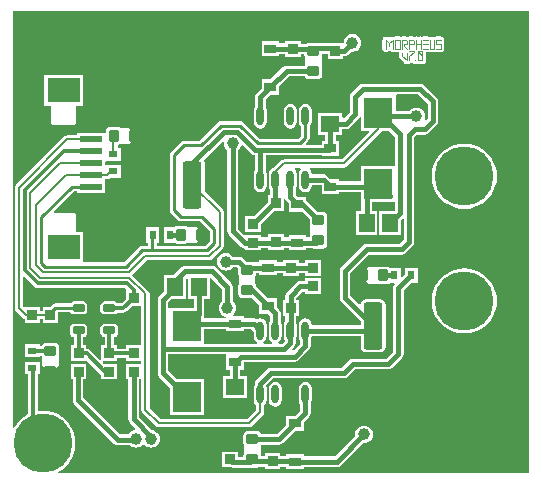
<source format=gtl>
G04*
G04 #@! TF.GenerationSoftware,Altium Limited,Altium Designer,18.1.11 (251)*
G04*
G04 Layer_Physical_Order=1*
G04 Layer_Color=255*
%FSLAX44Y44*%
%MOMM*%
G71*
G01*
G75*
%ADD10C,0.2500*%
%ADD11C,0.2000*%
%ADD13C,0.4000*%
%ADD16C,0.2540*%
%ADD17C,0.1000*%
%ADD36R,1.9000X0.6000*%
%ADD37R,2.8000X2.1000*%
%ADD38R,1.3500X1.5500*%
%ADD39O,0.6000X1.6000*%
%ADD40R,0.8000X0.6000*%
G04:AMPARAMS|DCode=41|XSize=1mm|YSize=0.9mm|CornerRadius=0.1125mm|HoleSize=0mm|Usage=FLASHONLY|Rotation=90.000|XOffset=0mm|YOffset=0mm|HoleType=Round|Shape=RoundedRectangle|*
%AMROUNDEDRECTD41*
21,1,1.0000,0.6750,0,0,90.0*
21,1,0.7750,0.9000,0,0,90.0*
1,1,0.2250,0.3375,0.3875*
1,1,0.2250,0.3375,-0.3875*
1,1,0.2250,-0.3375,-0.3875*
1,1,0.2250,-0.3375,0.3875*
%
%ADD41ROUNDEDRECTD41*%
G04:AMPARAMS|DCode=42|XSize=1mm|YSize=0.9mm|CornerRadius=0.1125mm|HoleSize=0mm|Usage=FLASHONLY|Rotation=0.000|XOffset=0mm|YOffset=0mm|HoleType=Round|Shape=RoundedRectangle|*
%AMROUNDEDRECTD42*
21,1,1.0000,0.6750,0,0,0.0*
21,1,0.7750,0.9000,0,0,0.0*
1,1,0.2250,0.3875,-0.3375*
1,1,0.2250,-0.3875,-0.3375*
1,1,0.2250,-0.3875,0.3375*
1,1,0.2250,0.3875,0.3375*
%
%ADD42ROUNDEDRECTD42*%
%ADD43R,0.8500X0.8500*%
%ADD44R,1.5500X1.3500*%
%ADD45R,1.0000X0.8000*%
%ADD46R,0.6000X0.8000*%
%ADD47R,2.4500X2.5500*%
G04:AMPARAMS|DCode=48|XSize=0.6mm|YSize=1mm|CornerRadius=0.075mm|HoleSize=0mm|Usage=FLASHONLY|Rotation=270.000|XOffset=0mm|YOffset=0mm|HoleType=Round|Shape=RoundedRectangle|*
%AMROUNDEDRECTD48*
21,1,0.6000,0.8500,0,0,270.0*
21,1,0.4500,1.0000,0,0,270.0*
1,1,0.1500,-0.4250,-0.2250*
1,1,0.1500,-0.4250,0.2250*
1,1,0.1500,0.4250,0.2250*
1,1,0.1500,0.4250,-0.2250*
%
%ADD48ROUNDEDRECTD48*%
G04:AMPARAMS|DCode=49|XSize=4mm|YSize=1.6mm|CornerRadius=0.2mm|HoleSize=0mm|Usage=FLASHONLY|Rotation=90.000|XOffset=0mm|YOffset=0mm|HoleType=Round|Shape=RoundedRectangle|*
%AMROUNDEDRECTD49*
21,1,4.0000,1.2000,0,0,90.0*
21,1,3.6000,1.6000,0,0,90.0*
1,1,0.4000,0.6000,1.8000*
1,1,0.4000,0.6000,-1.8000*
1,1,0.4000,-0.6000,-1.8000*
1,1,0.4000,-0.6000,1.8000*
%
%ADD49ROUNDEDRECTD49*%
%ADD50C,0.3000*%
%ADD51C,1.0000*%
%ADD52C,5.0000*%
G36*
X440707Y3793D02*
X42700D01*
X42341Y5063D01*
X45395Y6934D01*
X48680Y9740D01*
X51486Y13025D01*
X53744Y16709D01*
X55397Y20701D01*
X56406Y24903D01*
X56745Y29210D01*
X56406Y33517D01*
X55397Y37719D01*
X53744Y41711D01*
X51486Y45395D01*
X48680Y48680D01*
X45395Y51486D01*
X41711Y53744D01*
X37719Y55397D01*
X33517Y56406D01*
X29210Y56745D01*
X25999Y56492D01*
X24729Y57634D01*
Y87642D01*
X26773D01*
Y98542D01*
X13873D01*
Y87642D01*
X16674D01*
Y53722D01*
X13025Y51486D01*
X9740Y48680D01*
X6934Y45395D01*
X5063Y42342D01*
X3793Y42700D01*
Y394987D01*
X440707D01*
Y3793D01*
D02*
G37*
%LPC*%
G36*
X366158Y373848D02*
X362348D01*
X361484Y373676D01*
X360621Y373848D01*
X359470Y373619D01*
X358716Y373115D01*
X357962Y373619D01*
X356811Y373848D01*
X355875Y373662D01*
X354939Y373848D01*
X351129D01*
X350160Y373655D01*
X349191Y373848D01*
X348040Y373619D01*
X347286Y373115D01*
X346532Y373619D01*
X345381Y373848D01*
X344230Y373619D01*
X343916Y373409D01*
X343602Y373619D01*
X342451Y373848D01*
X339450D01*
X339416Y373841D01*
X339381Y373848D01*
X338230Y373619D01*
X337936Y373422D01*
X337642Y373619D01*
X336491Y373848D01*
X333490D01*
X332450Y373641D01*
X331411Y373848D01*
X327601D01*
X326565Y373642D01*
X325528Y373848D01*
X324377Y373619D01*
X323402Y372967D01*
X322605Y372170D01*
X321808Y372967D01*
X320832Y373619D01*
X319681Y373848D01*
X318530Y373619D01*
X317554Y372967D01*
X316902Y371991D01*
X316673Y370840D01*
Y363220D01*
X316902Y362069D01*
X317554Y361093D01*
X318530Y360441D01*
X319681Y360212D01*
X320832Y360441D01*
X321808Y361093D01*
X321841Y361143D01*
X323368D01*
X323402Y361093D01*
X324377Y360441D01*
X325528Y360212D01*
X326565Y360418D01*
X327601Y360212D01*
X330273D01*
X330484Y359955D01*
Y357415D01*
X330713Y356264D01*
X331365Y355288D01*
X335175Y351478D01*
X336151Y350826D01*
X337302Y350597D01*
X338453Y350826D01*
X338496Y350855D01*
X339381Y350679D01*
X340532Y350908D01*
X340784Y351076D01*
X341843Y351414D01*
X342691Y351045D01*
X343019Y350826D01*
X344170Y350597D01*
X344230D01*
X345381Y350826D01*
X345499Y350905D01*
X345617Y350826D01*
X346768Y350597D01*
X350578D01*
X351729Y350826D01*
X352705Y351478D01*
X353357Y352454D01*
X353586Y353605D01*
Y360212D01*
X354939D01*
X355875Y360398D01*
X356811Y360212D01*
X360621D01*
X361484Y360384D01*
X362348Y360212D01*
X366158D01*
X367309Y360441D01*
X368285Y361093D01*
X368937Y362069D01*
X369166Y363220D01*
Y367030D01*
X368937Y368181D01*
X368433Y368935D01*
X368937Y369689D01*
X369166Y370840D01*
X368937Y371991D01*
X368285Y372967D01*
X367309Y373619D01*
X366158Y373848D01*
D02*
G37*
G36*
X291147Y375814D02*
X289203Y375558D01*
X287390Y374808D01*
X285834Y373613D01*
X284640Y372057D01*
X283889Y370245D01*
X283780Y369419D01*
X283571Y368297D01*
X282402Y368240D01*
X275048D01*
X274610Y368327D01*
X263135D01*
X261965Y368560D01*
X254215D01*
X252820Y368283D01*
X251764Y367577D01*
X247590D01*
Y369740D01*
X234190D01*
Y367827D01*
X229290D01*
Y369740D01*
X214390D01*
Y356840D01*
X229290D01*
Y358753D01*
X234190D01*
Y356340D01*
X247590D01*
Y358503D01*
X250570D01*
Y358165D01*
X250847Y356770D01*
X251090Y356407D01*
Y349673D01*
X250847Y349310D01*
X250801Y349077D01*
X235490D01*
X233754Y348732D01*
X232282Y347748D01*
X221873Y337340D01*
X214390D01*
Y329856D01*
X209992Y325458D01*
X209008Y323986D01*
X208663Y322250D01*
Y314399D01*
X208066Y313507D01*
X207643Y311380D01*
Y301380D01*
X208066Y299254D01*
X209271Y297451D01*
X211073Y296246D01*
X213200Y295823D01*
X215326Y296246D01*
X217129Y297451D01*
X218334Y299254D01*
X218757Y301380D01*
Y311380D01*
X218334Y313507D01*
X217737Y314399D01*
Y320371D01*
X221806Y324440D01*
X229290D01*
Y331923D01*
X237369Y340003D01*
X250801D01*
X250847Y339770D01*
X251637Y338588D01*
X252820Y337797D01*
X254215Y337520D01*
X261965D01*
X263360Y337797D01*
X264542Y338588D01*
X265332Y339770D01*
X265610Y341165D01*
Y347915D01*
X265332Y349310D01*
X265090Y349673D01*
Y356407D01*
X265332Y356770D01*
X265610Y358165D01*
Y359253D01*
X270160D01*
Y354840D01*
X283560D01*
Y357003D01*
X284387D01*
X286124Y357348D01*
X287596Y358332D01*
X290177Y360913D01*
X291147Y360786D01*
X293092Y361042D01*
X294905Y361792D01*
X296461Y362987D01*
X297655Y364543D01*
X298406Y366355D01*
X298662Y368300D01*
X298406Y370245D01*
X297655Y372057D01*
X296461Y373613D01*
X294905Y374808D01*
X293092Y375558D01*
X291147Y375814D01*
D02*
G37*
G36*
X348880Y333837D02*
X299840D01*
X298104Y333492D01*
X296632Y332508D01*
X296632Y332508D01*
X290162Y326038D01*
X289178Y324566D01*
X288833Y322830D01*
Y309659D01*
X284110Y304936D01*
X282840Y305462D01*
Y309060D01*
X262440D01*
Y290660D01*
X268103D01*
Y285520D01*
X265190D01*
Y282147D01*
X252312D01*
X251826Y283321D01*
X253967Y285462D01*
X253967Y285462D01*
X254785Y286686D01*
X255072Y288130D01*
X255072Y288130D01*
Y297346D01*
X255229Y297451D01*
X256434Y299254D01*
X256857Y301380D01*
Y311380D01*
X256434Y313507D01*
X255229Y315309D01*
X253426Y316514D01*
X251300Y316937D01*
X249173Y316514D01*
X247371Y315309D01*
X246166Y313507D01*
X245743Y311380D01*
Y301380D01*
X246166Y299254D01*
X247371Y297451D01*
X247527Y297346D01*
Y289692D01*
X244917Y287083D01*
X212738D01*
X198793Y301028D01*
X197569Y301845D01*
X196125Y302132D01*
X196125Y302132D01*
X179809D01*
X179809Y302132D01*
X178365Y301845D01*
X177141Y301028D01*
X161581Y285467D01*
X148584D01*
X147141Y285180D01*
X145917Y284362D01*
X137660Y276105D01*
X136842Y274881D01*
X136555Y273437D01*
X136555Y273437D01*
Y226703D01*
X136555Y226703D01*
X136842Y225259D01*
X137660Y224035D01*
X143455Y218240D01*
X143455Y218240D01*
X144679Y217422D01*
X146123Y217135D01*
X162340D01*
X170368Y209106D01*
Y200266D01*
X166533Y196431D01*
X125693D01*
Y199290D01*
X127740D01*
Y212190D01*
X116840D01*
Y199290D01*
X118147D01*
Y196431D01*
X113364D01*
X111920Y196143D01*
X110696Y195326D01*
X97963Y182593D01*
X63120D01*
Y208070D01*
X57168D01*
Y222120D01*
X56978Y223076D01*
X56437Y223887D01*
X55626Y224428D01*
X54670Y224618D01*
X38783D01*
X38565Y224879D01*
X38186Y225817D01*
X55216Y242847D01*
X58220D01*
Y241170D01*
X82120D01*
Y253102D01*
X83820D01*
X85166Y253370D01*
X86109Y254000D01*
X95350D01*
Y264900D01*
X82450D01*
X82120Y266033D01*
Y267367D01*
X82450Y268500D01*
X83390Y268500D01*
X95350D01*
Y279400D01*
X92418D01*
Y282040D01*
X92665D01*
X94060Y282317D01*
X94423Y282560D01*
X101790D01*
X103790Y284560D01*
Y294560D01*
X101790Y296560D01*
X94423D01*
X94060Y296803D01*
X92665Y297080D01*
X85915D01*
X84520Y296803D01*
X83338Y296012D01*
X82548Y294830D01*
X82270Y293435D01*
Y293278D01*
X82120Y292070D01*
X81000Y292070D01*
X58220D01*
Y290138D01*
X49730D01*
X49730Y290138D01*
X48384Y289870D01*
X47243Y289107D01*
X6252Y248117D01*
X5490Y246976D01*
X5222Y245630D01*
Y143714D01*
X5490Y142367D01*
X6252Y141226D01*
X12246Y135233D01*
X13387Y134470D01*
X13623Y134423D01*
Y131020D01*
X27023D01*
Y134202D01*
X28860D01*
Y131020D01*
X42260D01*
Y140147D01*
X52322D01*
X52833Y139383D01*
X53891Y138676D01*
X55140Y138427D01*
X63640D01*
X64889Y138676D01*
X65947Y139383D01*
X66654Y140441D01*
X66903Y141690D01*
Y146190D01*
X66654Y147439D01*
X65947Y148497D01*
X64889Y149204D01*
X63640Y149453D01*
X55140D01*
X53891Y149204D01*
X52833Y148497D01*
X52322Y147733D01*
X39800D01*
X38349Y147444D01*
X37118Y146622D01*
X34916Y144420D01*
X28860D01*
Y141238D01*
X27023D01*
Y144420D01*
X13623D01*
X13623Y144420D01*
Y144420D01*
X12536Y144892D01*
X12257Y145170D01*
Y170077D01*
X13431Y170563D01*
X22122Y161872D01*
X23428Y160999D01*
X24970Y160693D01*
X98718D01*
X99509Y159723D01*
X99305Y159230D01*
X99305D01*
Y151526D01*
X95747Y147967D01*
X92301D01*
X91947Y148497D01*
X90889Y149204D01*
X89640Y149453D01*
X81140D01*
X79891Y149204D01*
X78833Y148497D01*
X78126Y147439D01*
X77877Y146190D01*
Y141690D01*
X78126Y140441D01*
X78833Y139383D01*
X79891Y138676D01*
X81140Y138427D01*
X89640D01*
X90889Y138676D01*
X91947Y139383D01*
X92301Y139913D01*
X97415D01*
X98956Y140219D01*
X100263Y141092D01*
X105001Y145830D01*
X112472D01*
Y112240D01*
X99305D01*
Y109567D01*
X92090D01*
Y112240D01*
X89417D01*
Y119427D01*
X89640D01*
X90889Y119676D01*
X91947Y120383D01*
X92654Y121441D01*
X92903Y122690D01*
Y127190D01*
X92654Y128439D01*
X91947Y129497D01*
X90889Y130204D01*
X89640Y130453D01*
X81140D01*
X79891Y130204D01*
X78833Y129497D01*
X78126Y128439D01*
X77877Y127190D01*
Y122690D01*
X78126Y121441D01*
X78833Y120383D01*
X79891Y119676D01*
X81140Y119427D01*
X81363D01*
Y112240D01*
X78690D01*
Y100472D01*
X77420Y99946D01*
X68978Y108388D01*
X67671Y109261D01*
X66130Y109567D01*
X66090D01*
Y112240D01*
X63417D01*
Y119427D01*
X63640D01*
X64889Y119676D01*
X65947Y120383D01*
X66654Y121441D01*
X66903Y122690D01*
Y127190D01*
X66654Y128439D01*
X65947Y129497D01*
X64889Y130204D01*
X63640Y130453D01*
X55140D01*
X53891Y130204D01*
X52833Y129497D01*
X52126Y128439D01*
X51877Y127190D01*
Y122690D01*
X52126Y121441D01*
X52833Y120383D01*
X53891Y119676D01*
X55140Y119427D01*
X55363D01*
Y112240D01*
X52690D01*
Y98840D01*
X66090D01*
Y98840D01*
X66828Y99146D01*
X78690Y87284D01*
Y83340D01*
X92090D01*
Y96740D01*
X80626D01*
X79796Y97570D01*
X80322Y98840D01*
X92090D01*
Y101513D01*
X99305D01*
Y98840D01*
X112472D01*
Y96740D01*
X99305D01*
Y83340D01*
X101508D01*
Y49530D01*
X101853Y47794D01*
X102837Y46322D01*
X107414Y41745D01*
X106959Y40404D01*
X106005Y40278D01*
X104193Y39528D01*
X102637Y38333D01*
X101483Y36830D01*
X94496D01*
X63537Y67789D01*
Y83340D01*
X66090D01*
Y96740D01*
X52690D01*
Y83340D01*
X54463D01*
Y65910D01*
X54808Y64174D01*
X55792Y62702D01*
X89409Y29084D01*
X90881Y28101D01*
X92617Y27756D01*
X102599D01*
X102637Y27707D01*
X104193Y26512D01*
X106005Y25762D01*
X107950Y25506D01*
X109895Y25762D01*
X111707Y26512D01*
X113263Y27707D01*
X113665Y28230D01*
X114935D01*
X115337Y27707D01*
X116893Y26512D01*
X118705Y25762D01*
X120650Y25506D01*
X122595Y25762D01*
X124407Y26512D01*
X125963Y27707D01*
X127158Y29263D01*
X127908Y31075D01*
X128164Y33020D01*
X127908Y34965D01*
X127158Y36777D01*
X125963Y38333D01*
X124407Y39528D01*
X122595Y40278D01*
X121580Y40412D01*
X110582Y51409D01*
Y83340D01*
X112472D01*
Y57570D01*
X112740Y56224D01*
X113503Y55083D01*
X124813Y43773D01*
X125954Y43010D01*
X127300Y42742D01*
X203740D01*
X205086Y43010D01*
X206227Y43773D01*
X215717Y53263D01*
X216480Y54404D01*
X216747Y55750D01*
X216747Y55750D01*
Y61566D01*
X217159Y61841D01*
X218364Y63643D01*
X218787Y65770D01*
Y75770D01*
X218364Y77896D01*
X218083Y78316D01*
X224129Y84363D01*
X284121D01*
X285857Y84708D01*
X287329Y85692D01*
X293620Y91983D01*
X321680D01*
X323416Y92328D01*
X324888Y93312D01*
X333408Y101832D01*
X334392Y103304D01*
X334737Y105040D01*
Y158511D01*
X341227Y165000D01*
X346710D01*
Y177900D01*
X335810D01*
Y172416D01*
X333383Y169990D01*
X332210Y170476D01*
Y177900D01*
X323064D01*
X323062Y177902D01*
X321880Y178693D01*
X320485Y178970D01*
X313735D01*
X312340Y178693D01*
X311977Y178450D01*
X304610D01*
X302610Y176450D01*
Y166450D01*
X304610Y164450D01*
X311977D01*
X312340Y164207D01*
X313735Y163930D01*
X320485D01*
X321880Y164207D01*
X323062Y164998D01*
X323064Y165000D01*
X326734D01*
X327220Y163827D01*
X326992Y163598D01*
X326008Y162126D01*
X325663Y160390D01*
Y106919D01*
X319801Y101057D01*
X291741D01*
X290005Y100712D01*
X288533Y99728D01*
X282242Y93437D01*
X222250D01*
X220514Y93092D01*
X219042Y92108D01*
X210022Y83088D01*
X209038Y81616D01*
X208693Y79880D01*
Y78789D01*
X208096Y77896D01*
X207673Y75770D01*
Y65770D01*
X208096Y63643D01*
X209301Y61841D01*
X209712Y61566D01*
Y57207D01*
X202283Y49778D01*
X128757D01*
X119508Y59027D01*
Y156183D01*
X119240Y157529D01*
X118477Y158670D01*
X104990Y172157D01*
X104989Y172166D01*
X117264Y184441D01*
X170042D01*
X171388Y184708D01*
X172530Y185471D01*
X181328Y194270D01*
X182091Y195411D01*
X182359Y196757D01*
Y225339D01*
X182359Y225339D01*
X182091Y226685D01*
X181328Y227826D01*
X181328Y227826D01*
X166337Y242817D01*
Y266380D01*
X165992Y268116D01*
X165211Y269284D01*
X181418Y285492D01*
X181563Y285450D01*
X182548Y284826D01*
X182336Y283210D01*
X182592Y281265D01*
X183342Y279453D01*
X184536Y277897D01*
X185313Y277301D01*
Y208930D01*
X185658Y207194D01*
X186642Y205722D01*
X196792Y195572D01*
X198264Y194588D01*
X200000Y194243D01*
X200378Y193084D01*
Y192560D01*
X213778D01*
Y194743D01*
X219683D01*
Y192830D01*
X233083D01*
Y194743D01*
X237250D01*
Y192830D01*
X252150D01*
Y194743D01*
X256528D01*
X257210Y194287D01*
X258605Y194010D01*
X266355D01*
X267750Y194287D01*
X268932Y195078D01*
X269722Y196260D01*
X270000Y197655D01*
Y204405D01*
X269722Y205800D01*
X269480Y206163D01*
Y212897D01*
X269722Y213260D01*
X270000Y214655D01*
Y221405D01*
X269722Y222800D01*
X268932Y223982D01*
X267750Y224773D01*
X266355Y225050D01*
X261876D01*
X252150Y234777D01*
Y238130D01*
X244666D01*
X243137Y239659D01*
Y244361D01*
X243734Y245254D01*
X244157Y247380D01*
Y257380D01*
X243734Y259506D01*
X242529Y261309D01*
X242240Y261502D01*
X242625Y262772D01*
X247274D01*
X247660Y261502D01*
X247371Y261309D01*
X246166Y259506D01*
X245743Y257380D01*
Y247380D01*
X246166Y245254D01*
X247371Y243451D01*
X249173Y242246D01*
X251300Y241823D01*
X253426Y242246D01*
X255229Y243451D01*
X256434Y245254D01*
X256857Y247380D01*
Y247843D01*
X265051D01*
X265190Y247703D01*
Y240220D01*
X280090D01*
Y242133D01*
X298580D01*
Y233305D01*
X298743D01*
Y226080D01*
X294080D01*
Y205680D01*
X312480D01*
Y226080D01*
X307817D01*
Y233305D01*
X326933D01*
Y226080D01*
X314080D01*
Y205680D01*
X332480D01*
Y218663D01*
X333380Y219563D01*
X334553Y219077D01*
Y201686D01*
X330984Y198117D01*
X303302D01*
X301566Y197772D01*
X300094Y196788D01*
X281774Y178468D01*
X280791Y176996D01*
X280445Y175260D01*
Y152517D01*
X280791Y150781D01*
X281774Y149309D01*
X298193Y132891D01*
Y129307D01*
X256887D01*
Y129770D01*
X256464Y131896D01*
X255259Y133699D01*
X253456Y134904D01*
X251330Y135327D01*
X249203Y134904D01*
X247401Y133699D01*
X246196Y131896D01*
X245773Y129770D01*
Y119770D01*
X246196Y117643D01*
X246793Y116751D01*
Y113639D01*
X240996Y107843D01*
X240585Y107913D01*
X240152Y109275D01*
X241838Y110962D01*
X242822Y112434D01*
X243167Y114170D01*
Y116751D01*
X243764Y117643D01*
X244187Y119770D01*
Y129770D01*
X243764Y131896D01*
X243417Y132415D01*
Y137420D01*
X246154D01*
Y150820D01*
X243417D01*
Y152251D01*
X248749Y157583D01*
X251390D01*
Y155540D01*
X264790D01*
Y168940D01*
X251390D01*
Y166657D01*
X246870D01*
X245133Y166312D01*
X243662Y165328D01*
X235672Y157338D01*
X234688Y155866D01*
X234343Y154130D01*
Y150820D01*
X232754D01*
Y137420D01*
X234343D01*
Y133163D01*
X233496Y131896D01*
X233073Y129770D01*
Y119770D01*
X233496Y117643D01*
X234093Y116751D01*
Y116049D01*
X231801Y113757D01*
X229027D01*
X228641Y115027D01*
X229859Y115841D01*
X231064Y117643D01*
X231487Y119770D01*
Y129770D01*
X231064Y131896D01*
X230467Y132789D01*
Y139370D01*
X230467Y139370D01*
X230122Y141106D01*
X229138Y142578D01*
X227280Y144437D01*
Y151920D01*
X219796D01*
X209570Y162146D01*
Y162495D01*
X209292Y163890D01*
X209050Y164253D01*
Y170987D01*
X209292Y171350D01*
X209570Y172745D01*
Y173333D01*
X212380D01*
Y171420D01*
X227280D01*
Y173333D01*
X232754D01*
Y170920D01*
X246154D01*
Y173083D01*
X251390D01*
Y171040D01*
X264790D01*
Y184440D01*
X251390D01*
Y182157D01*
X246154D01*
Y184320D01*
X232754D01*
Y182407D01*
X227280D01*
Y184320D01*
X212380D01*
Y182407D01*
X208001D01*
X207320Y182863D01*
X205925Y183140D01*
X201446D01*
X198498Y186088D01*
X197026Y187072D01*
X195290Y187417D01*
X190059D01*
X189463Y188193D01*
X187907Y189388D01*
X186095Y190138D01*
X184150Y190394D01*
X182205Y190138D01*
X180393Y189388D01*
X178837Y188193D01*
X177642Y186637D01*
X176892Y184825D01*
X176636Y182880D01*
X176892Y180935D01*
X177642Y179123D01*
X178837Y177567D01*
X180393Y176372D01*
X182205Y175622D01*
X184150Y175366D01*
X186095Y175622D01*
X187907Y176372D01*
X189463Y177567D01*
X190059Y178343D01*
X193410D01*
X194530Y177223D01*
Y172745D01*
X194807Y171350D01*
X195050Y170987D01*
Y164253D01*
X194807Y163890D01*
X194530Y162495D01*
Y155745D01*
X194807Y154350D01*
X195597Y153168D01*
X196780Y152377D01*
X198175Y152100D01*
X205925D01*
X206641Y152242D01*
X212380Y146503D01*
Y139020D01*
X219863D01*
X221393Y137491D01*
Y132789D01*
X220796Y131896D01*
X220373Y129770D01*
Y119770D01*
X220796Y117643D01*
X222001Y115841D01*
X223218Y115027D01*
X222833Y113757D01*
X216327D01*
X215942Y115027D01*
X217159Y115841D01*
X218364Y117643D01*
X218787Y119770D01*
Y129770D01*
X218364Y131896D01*
X217159Y133699D01*
X215356Y134904D01*
X213230Y135327D01*
X211103Y134904D01*
X210006Y134171D01*
X209256Y134672D01*
X207520Y135017D01*
X199340D01*
Y136930D01*
X190739D01*
X190308Y138200D01*
X190733Y138527D01*
X191928Y140083D01*
X192678Y141895D01*
X192934Y143840D01*
X192678Y145785D01*
X191928Y147597D01*
X190733Y149153D01*
X189957Y149749D01*
Y161960D01*
X189957Y161960D01*
X189612Y163696D01*
X188628Y165168D01*
X188628Y165168D01*
X175328Y178468D01*
X173856Y179452D01*
X172120Y179797D01*
X149860D01*
X149860Y179797D01*
X148124Y179452D01*
X146652Y178468D01*
X146652Y178468D01*
X139653Y171470D01*
X132050D01*
Y158486D01*
X127642Y154078D01*
X126658Y152606D01*
X126313Y150870D01*
Y109220D01*
Y88545D01*
X126658Y86809D01*
X127642Y85337D01*
X136550Y76428D01*
Y52945D01*
X165950D01*
Y83345D01*
X142466D01*
X135387Y90424D01*
Y104683D01*
X183233D01*
X184440Y104530D01*
Y91630D01*
X187353D01*
Y86490D01*
X181690D01*
Y68090D01*
X202090D01*
Y86490D01*
X196427D01*
Y91630D01*
X199340D01*
Y98233D01*
X242340D01*
X244076Y98578D01*
X245548Y99562D01*
X254538Y108552D01*
X254538Y108552D01*
X255522Y110024D01*
X255867Y111760D01*
X255867Y111760D01*
Y116751D01*
X256464Y117643D01*
X256887Y119770D01*
Y120233D01*
X298193D01*
Y110770D01*
X298538Y109034D01*
X299522Y107562D01*
X300994Y106578D01*
X302730Y106233D01*
X314730D01*
X316466Y106578D01*
X317938Y107562D01*
X318922Y109034D01*
X319267Y110770D01*
Y146770D01*
X318922Y148506D01*
X317938Y149978D01*
X316466Y150962D01*
X314730Y151307D01*
X302730D01*
X300994Y150962D01*
X299522Y149978D01*
X298538Y148506D01*
X298317Y147395D01*
X296959Y146957D01*
X289520Y154397D01*
Y173381D01*
X305182Y189043D01*
X332863D01*
X334600Y189388D01*
X336072Y190372D01*
X342298Y196598D01*
X343282Y198070D01*
X343627Y199806D01*
Y288282D01*
X346108Y290763D01*
X352450D01*
X354187Y291109D01*
X355659Y292092D01*
X362618Y299052D01*
X363602Y300524D01*
X363947Y302260D01*
X363947Y302260D01*
Y318770D01*
X363947Y318770D01*
X363602Y320506D01*
X362618Y321978D01*
X352088Y332508D01*
X350616Y333492D01*
X348880Y333837D01*
D02*
G37*
G36*
X63120Y341070D02*
X30220D01*
Y315170D01*
X36172D01*
Y301120D01*
X36362Y300164D01*
X36904Y299354D01*
X37714Y298812D01*
X38670Y298622D01*
X54670D01*
X55626Y298812D01*
X56437Y299354D01*
X56978Y300164D01*
X57168Y301120D01*
Y315170D01*
X63120D01*
Y341070D01*
D02*
G37*
G36*
X238600Y316937D02*
X236473Y316514D01*
X234671Y315309D01*
X233466Y313507D01*
X233043Y311380D01*
Y301380D01*
X233466Y299254D01*
X234671Y297451D01*
X236473Y296246D01*
X238600Y295823D01*
X240726Y296246D01*
X242529Y297451D01*
X243734Y299254D01*
X244157Y301380D01*
Y311380D01*
X243734Y313507D01*
X242529Y315309D01*
X240726Y316514D01*
X238600Y316937D01*
D02*
G37*
G36*
X386080Y282805D02*
X381773Y282466D01*
X377571Y281457D01*
X373579Y279804D01*
X369895Y277546D01*
X366610Y274740D01*
X363804Y271455D01*
X361546Y267771D01*
X359893Y263779D01*
X358884Y259577D01*
X358545Y255270D01*
X358884Y250963D01*
X359893Y246761D01*
X361546Y242769D01*
X363804Y239085D01*
X366610Y235800D01*
X369895Y232994D01*
X373579Y230736D01*
X377571Y229083D01*
X381773Y228074D01*
X386080Y227735D01*
X390387Y228074D01*
X394589Y229083D01*
X398581Y230736D01*
X402265Y232994D01*
X405550Y235800D01*
X408356Y239085D01*
X410614Y242769D01*
X412267Y246761D01*
X413276Y250963D01*
X413615Y255270D01*
X413276Y259577D01*
X412267Y263779D01*
X410614Y267771D01*
X408356Y271455D01*
X405550Y274740D01*
X402265Y277546D01*
X398581Y279804D01*
X394589Y281457D01*
X390387Y282466D01*
X386080Y282805D01*
D02*
G37*
G36*
X149815Y213260D02*
X143065D01*
X141670Y212983D01*
X140488Y212192D01*
X140486Y212190D01*
X131340D01*
Y199290D01*
X140486D01*
X140488Y199288D01*
X141670Y198497D01*
X143065Y198220D01*
X149815D01*
X151210Y198497D01*
X151573Y198740D01*
X158940D01*
X160940Y200740D01*
Y210740D01*
X158940Y212740D01*
X151573D01*
X151210Y212983D01*
X149815Y213260D01*
D02*
G37*
G36*
X386080Y177395D02*
X381773Y177056D01*
X377571Y176047D01*
X373579Y174394D01*
X369895Y172136D01*
X366610Y169330D01*
X363804Y166045D01*
X361546Y162361D01*
X359893Y158369D01*
X358884Y154167D01*
X358545Y149860D01*
X358884Y145553D01*
X359893Y141351D01*
X361546Y137359D01*
X363804Y133675D01*
X366610Y130390D01*
X369895Y127584D01*
X373579Y125326D01*
X377571Y123673D01*
X381773Y122664D01*
X386080Y122325D01*
X390387Y122664D01*
X394589Y123673D01*
X398581Y125326D01*
X402265Y127584D01*
X405550Y130390D01*
X408356Y133675D01*
X410614Y137359D01*
X412267Y141351D01*
X413276Y145553D01*
X413615Y149860D01*
X413276Y154167D01*
X412267Y158369D01*
X410614Y162361D01*
X408356Y166045D01*
X405550Y169330D01*
X402265Y172136D01*
X398581Y174394D01*
X394589Y176047D01*
X390387Y177056D01*
X386080Y177395D01*
D02*
G37*
G36*
X39435Y114612D02*
X31685D01*
X30290Y114334D01*
X29108Y113544D01*
X28317Y112362D01*
X28170Y111619D01*
X26773D01*
Y113042D01*
X13873D01*
Y102142D01*
X26773D01*
Y103564D01*
X28170D01*
X28317Y102822D01*
X28560Y102459D01*
Y95092D01*
X30560Y93092D01*
X40560D01*
X42560Y95092D01*
Y102459D01*
X42803Y102822D01*
X43080Y104217D01*
Y110967D01*
X42803Y112362D01*
X42012Y113544D01*
X40830Y114334D01*
X39435Y114612D01*
D02*
G37*
G36*
X225930Y81327D02*
X223803Y80904D01*
X222001Y79699D01*
X220796Y77896D01*
X220373Y75770D01*
Y65770D01*
X220796Y63643D01*
X222001Y61841D01*
X223803Y60636D01*
X225930Y60213D01*
X228056Y60636D01*
X229859Y61841D01*
X231064Y63643D01*
X231487Y65770D01*
Y75770D01*
X231064Y77896D01*
X229859Y79699D01*
X228056Y80904D01*
X225930Y81327D01*
D02*
G37*
G36*
X251330D02*
X249203Y80904D01*
X247401Y79699D01*
X246196Y77896D01*
X245773Y75770D01*
Y65770D01*
X246196Y63643D01*
X246793Y62751D01*
Y56779D01*
X242723Y52710D01*
X235240D01*
Y45226D01*
X227160Y37147D01*
X213729D01*
X213682Y37380D01*
X212892Y38562D01*
X211710Y39353D01*
X210315Y39630D01*
X202565D01*
X201170Y39353D01*
X199988Y38562D01*
X199197Y37380D01*
X198920Y35985D01*
Y29235D01*
X199197Y27840D01*
X199440Y27477D01*
Y20743D01*
X199197Y20380D01*
X198920Y18985D01*
Y17897D01*
X194053D01*
Y22310D01*
X180653D01*
Y8910D01*
X189164D01*
X189603Y8823D01*
X201394D01*
X202565Y8590D01*
X210315D01*
X211710Y8867D01*
X212765Y9573D01*
X216940D01*
Y7410D01*
X230340D01*
Y9573D01*
X235240D01*
Y7410D01*
X250140D01*
Y9323D01*
X278020D01*
X279756Y9668D01*
X281228Y10652D01*
X300020Y29443D01*
X300990Y29316D01*
X302935Y29572D01*
X304747Y30322D01*
X306303Y31517D01*
X307498Y33073D01*
X308248Y34885D01*
X308504Y36830D01*
X308248Y38775D01*
X307498Y40587D01*
X306303Y42143D01*
X304747Y43338D01*
X302935Y44088D01*
X300990Y44344D01*
X299045Y44088D01*
X297233Y43338D01*
X295677Y42143D01*
X294482Y40587D01*
X293732Y38775D01*
X293476Y36830D01*
X293603Y35860D01*
X276141Y18397D01*
X250140D01*
Y20310D01*
X235240D01*
Y18647D01*
X230340D01*
Y20810D01*
X216940D01*
Y18647D01*
X213960D01*
Y18985D01*
X213682Y20380D01*
X213440Y20743D01*
Y27477D01*
X213682Y27840D01*
X213729Y28073D01*
X229040D01*
X230776Y28418D01*
X232248Y29402D01*
X242656Y39810D01*
X250140D01*
Y47293D01*
X254538Y51692D01*
X255522Y53164D01*
X255867Y54900D01*
Y62751D01*
X256464Y63643D01*
X256887Y65770D01*
Y75770D01*
X256464Y77896D01*
X255259Y79699D01*
X253456Y80904D01*
X251330Y81327D01*
D02*
G37*
%LPD*%
G36*
X354873Y316891D02*
Y304139D01*
X353517Y302784D01*
X352441Y303503D01*
X352698Y304125D01*
X352954Y306070D01*
X352698Y308015D01*
X351948Y309827D01*
X350753Y311383D01*
X349197Y312578D01*
X347385Y313328D01*
X345440Y313584D01*
X343495Y313328D01*
X341683Y312578D01*
X340127Y311383D01*
X339531Y310607D01*
X327980D01*
Y324205D01*
X329019Y324763D01*
X347001D01*
X354873Y316891D01*
D02*
G37*
G36*
X298580Y305281D02*
Y293805D01*
X305150D01*
X305636Y292632D01*
X282812Y269807D01*
X233413D01*
X232067Y269540D01*
X230926Y268777D01*
X224883Y262735D01*
X223773Y262514D01*
X221971Y261309D01*
X220766Y259506D01*
X220343Y257380D01*
Y247380D01*
X220766Y245254D01*
X221363Y244361D01*
Y239730D01*
X219683D01*
Y233479D01*
X207663Y221460D01*
X200378D01*
Y208060D01*
X213778D01*
Y214741D01*
X225366Y226330D01*
X233083D01*
Y236196D01*
X234353Y236321D01*
X234408Y236044D01*
X235392Y234572D01*
X237250Y232714D01*
Y225230D01*
X248863D01*
X254960Y219133D01*
Y214655D01*
X255237Y213260D01*
X255480Y212897D01*
Y206163D01*
X255237Y205800D01*
X254960Y204405D01*
Y203817D01*
X252150D01*
Y205730D01*
X237250D01*
Y203817D01*
X233083D01*
Y206230D01*
X219683D01*
Y203817D01*
X213778D01*
Y205960D01*
X200378D01*
Y205960D01*
X199571Y205626D01*
X194387Y210809D01*
Y277301D01*
X195163Y277897D01*
X196357Y279453D01*
X197061Y281151D01*
X197956Y281573D01*
X198314Y281694D01*
X205606Y274402D01*
X207078Y273418D01*
X208663Y273103D01*
Y260399D01*
X208066Y259506D01*
X207643Y257380D01*
Y247380D01*
X208066Y245254D01*
X209271Y243451D01*
X211073Y242246D01*
X213200Y241823D01*
X215326Y242246D01*
X217129Y243451D01*
X218334Y245254D01*
X218757Y247380D01*
Y257380D01*
X218334Y259506D01*
X217737Y260399D01*
Y273073D01*
X265190D01*
Y272620D01*
X280090D01*
Y285520D01*
X277177D01*
Y290660D01*
X282840D01*
Y295323D01*
X285450D01*
X287186Y295668D01*
X288658Y296652D01*
X296578Y304572D01*
X297310Y305667D01*
X298580Y305281D01*
D02*
G37*
G36*
X326933Y288936D02*
Y263705D01*
X298580D01*
Y251207D01*
X280090D01*
Y253120D01*
X272606D01*
X270138Y255588D01*
X268666Y256572D01*
X266930Y256917D01*
X256857D01*
Y257380D01*
X256434Y259506D01*
X255229Y261309D01*
X254940Y261502D01*
X255325Y262772D01*
X284269D01*
X285615Y263040D01*
X286757Y263803D01*
X315767Y292813D01*
X316430Y293805D01*
X322063D01*
X326933Y288936D01*
D02*
G37*
G36*
X152050Y168067D02*
Y151070D01*
X156713D01*
Y143845D01*
X136550D01*
Y143845D01*
X135387Y144104D01*
Y148991D01*
X137466Y151070D01*
X150450D01*
Y168525D01*
X150780Y168746D01*
X152050Y168067D01*
D02*
G37*
G36*
X180883Y160081D02*
Y149749D01*
X180107Y149153D01*
X178912Y147597D01*
X178162Y145785D01*
X177906Y143840D01*
X178162Y141895D01*
X178912Y140083D01*
X180107Y138527D01*
X181663Y137332D01*
X183475Y136582D01*
X184440Y136455D01*
Y135017D01*
X165950D01*
Y143845D01*
X165787D01*
Y151070D01*
X170450D01*
Y168854D01*
X171623Y169340D01*
X180883Y160081D01*
D02*
G37*
G36*
X207673Y123910D02*
Y119770D01*
X208096Y117643D01*
X209301Y115841D01*
X210518Y115027D01*
X210133Y113757D01*
X165950D01*
Y125943D01*
X184440D01*
Y124030D01*
X199340D01*
Y125943D01*
X205641D01*
X207673Y123910D01*
D02*
G37*
D10*
X113364Y192658D02*
X121920D01*
X99525Y178820D02*
X113364Y192658D01*
X30810Y178820D02*
X99525D01*
X53654Y246620D02*
X70170D01*
X27790Y220756D02*
X53654Y246620D01*
X27790Y181840D02*
Y220756D01*
Y181840D02*
X30810Y178820D01*
X140327Y273437D02*
X148584Y281694D01*
X140327Y226703D02*
Y273437D01*
X146123Y220907D02*
X163902D01*
X140327Y226703D02*
X146123Y220907D01*
X163902D02*
X174141Y210669D01*
X121920Y192658D02*
X168095D01*
X121920Y205370D02*
X122290Y205740D01*
X121920Y192658D02*
Y205370D01*
X148584Y281694D02*
X163143D01*
X168095Y192658D02*
X174141Y198704D01*
Y210669D01*
X70170Y246620D02*
X70410Y246380D01*
X163143Y281694D02*
X179809Y298360D01*
X196125D01*
X211175Y283310D02*
X246480D01*
X196125Y298360D02*
X211175Y283310D01*
X251300Y288130D02*
Y306380D01*
X246480Y283310D02*
X251300Y288130D01*
D11*
X20323Y137720D02*
X35560D01*
X14733D02*
X20323D01*
X8740Y143714D02*
X14733Y137720D01*
X8740Y143714D02*
Y245630D01*
X35560Y137720D02*
X36270D01*
X115807Y187958D02*
X170042D01*
X101969Y174120D02*
X115807Y187958D01*
X28863Y174120D02*
X101969D01*
X115990Y57570D02*
Y156183D01*
X102503Y169670D02*
X115990Y156183D01*
X27020Y169670D02*
X102503D01*
X48452Y256620D02*
X70170D01*
X23090Y231257D02*
X48452Y256620D01*
X23090Y179893D02*
Y231257D01*
X18640Y178050D02*
Y241529D01*
X43731Y266620D01*
X70170D01*
X8740Y245630D02*
X49730Y286620D01*
X70170D01*
X18640Y178050D02*
X27020Y169670D01*
X23090Y179893D02*
X28863Y174120D01*
X203740Y46260D02*
X213230Y55750D01*
X127300Y46260D02*
X203740D01*
X115990Y57570D02*
X127300Y46260D01*
X213230Y55750D02*
Y70770D01*
X70170Y256620D02*
X83820D01*
X86240Y259040D01*
X88900Y289170D02*
X89290Y289560D01*
X88900Y273950D02*
Y289170D01*
X170042Y187958D02*
X178841Y196757D01*
Y225339D01*
X155800Y248380D02*
X178841Y225339D01*
X284269Y266290D02*
X313280Y295301D01*
X233413Y266290D02*
X284269D01*
X225900Y258776D02*
X233413Y266290D01*
X313280Y295301D02*
Y309005D01*
X225900Y252380D02*
Y258776D01*
D13*
X92617Y32293D02*
X107950D01*
X106045Y49530D02*
X120650Y34925D01*
X106005Y90040D02*
X106045Y90000D01*
Y49530D02*
Y90000D01*
X59000Y89650D02*
X59390Y90040D01*
X59000Y65910D02*
Y89650D01*
X239454Y177620D02*
X258605D01*
X238630Y177870D02*
X238880Y177620D01*
X219830Y177870D02*
X238630D01*
X238880Y177620D02*
X239454D01*
X210910Y199280D02*
X244700D01*
X200000Y198780D02*
X210410D01*
X210910Y199280D01*
X244700D02*
X260730D01*
X189850Y208930D02*
X200000Y198780D01*
X189850Y208930D02*
Y283210D01*
X207229Y214609D02*
X225900Y233280D01*
Y252380D01*
X246870Y162120D02*
X258605D01*
X238880Y154130D02*
X246870Y162120D01*
X284982Y175260D02*
X303302Y193580D01*
X284982Y152517D02*
X308730Y128770D01*
X284982Y152517D02*
Y175260D01*
X303302Y193580D02*
X332863D01*
X284387Y361540D02*
X291147Y368300D01*
X276860Y361540D02*
X284387D01*
X274610Y363790D02*
X276860Y361540D01*
X260340Y363790D02*
X274610D01*
X193160Y13360D02*
X204190D01*
X189603D02*
X193160D01*
X187353Y15610D02*
X189603Y13360D01*
X59000Y65910D02*
X92617Y32293D01*
X120650Y33020D02*
Y34925D01*
Y30480D02*
Y33020D01*
X278020Y13860D02*
X300990Y36830D01*
X321680Y96520D02*
X330200Y105040D01*
X291741Y96520D02*
X321680D01*
X284121Y88900D02*
X291741Y96520D01*
X222250Y88900D02*
X284121D01*
X332863Y193580D02*
X339090Y199806D01*
Y290162D01*
X213230Y79880D02*
X222250Y88900D01*
X195290Y182880D02*
X202050Y176120D01*
X184150Y182880D02*
X195290D01*
X182880D02*
X184150D01*
X344229Y295301D02*
X352450D01*
X339090Y290162D02*
X344229Y295301D01*
X330200Y160390D02*
X341260Y171450D01*
X330200Y105040D02*
Y160390D01*
X359410Y302260D02*
Y318770D01*
X352450Y295301D02*
X359410Y302260D01*
X304730Y124770D02*
X308730Y128770D01*
X251330Y124770D02*
X304730D01*
X196580Y102770D02*
X242340D01*
X191890Y98080D02*
X196580Y102770D01*
X242340D02*
X251330Y111760D01*
X299840Y329300D02*
X348880D01*
X271180Y277610D02*
X272640Y279070D01*
X208814Y277610D02*
X271180D01*
X193764Y292660D02*
X208814Y277610D01*
X182170Y292660D02*
X193764D01*
X213200Y252380D02*
Y276860D01*
X155800Y266290D02*
X182170Y292660D01*
X155800Y248380D02*
Y266290D01*
X316215Y306070D02*
X345440D01*
X316215D02*
X331470Y290815D01*
X248830Y231680D02*
X262480Y218030D01*
X348880Y329300D02*
X359410Y318770D01*
X293370Y322830D02*
X299840Y329300D01*
X213230Y70770D02*
Y79880D01*
X317110Y171450D02*
X326760D01*
X323280Y215880D02*
X331470Y224070D01*
Y290815D01*
X136790Y205740D02*
X146440D01*
X313280Y309005D02*
X316215Y306070D01*
X242690Y13860D02*
X278020D01*
X172120Y175260D02*
X185420Y161960D01*
Y143840D02*
Y161960D01*
X149860Y175260D02*
X172120D01*
X141250Y166650D02*
X149860Y175260D01*
X141250Y161270D02*
Y166650D01*
X260730Y199280D02*
X262480Y201030D01*
X238600Y237780D02*
X244700Y231680D01*
X238600Y237780D02*
Y252380D01*
X293370Y307780D02*
Y322830D01*
X285450Y299860D02*
X293370Y307780D01*
X272640Y299860D02*
X285450D01*
X207520Y130480D02*
X213230Y124770D01*
X191890Y130480D02*
X207520D01*
X191890Y77290D02*
Y98080D01*
X130850Y109220D02*
X233680D01*
X219830Y145470D02*
X225930Y139370D01*
Y124770D02*
Y139370D01*
X206180Y159120D02*
X219830Y145470D01*
X202050Y159120D02*
X206180D01*
X251330Y111760D02*
Y124770D01*
X238630Y114170D02*
Y124770D01*
X233680Y109220D02*
X238630Y114170D01*
X130850Y109220D02*
Y150870D01*
Y88545D02*
Y109220D01*
X238630Y124770D02*
X238880Y125020D01*
Y144120D01*
Y154130D01*
X203800Y177870D02*
X219830D01*
X202050Y176120D02*
X203800Y177870D01*
X207940Y14110D02*
X223640D01*
X206440Y15610D02*
X207940Y14110D01*
X242440D02*
X242690Y13860D01*
X223640Y14110D02*
X242440D01*
X204190Y13360D02*
X206440Y15610D01*
X229040Y32610D02*
X242690Y46260D01*
X206440Y32610D02*
X229040D01*
X242690Y46260D02*
X251330Y54900D01*
Y70770D01*
X153085Y130480D02*
X161250Y138645D01*
X151250Y128645D02*
X153085Y130480D01*
X191890D01*
X161250Y138645D02*
Y161270D01*
X130850Y88545D02*
X151250Y68145D01*
X130850Y150870D02*
X141250Y161270D01*
X244700Y231680D02*
X248830D01*
X311445Y246670D02*
X313280Y248505D01*
X303280Y238505D02*
X311445Y246670D01*
X303280Y215880D02*
Y238505D01*
X313280Y248505D02*
X323280Y238505D01*
X272640Y246670D02*
X311445D01*
X266930Y252380D02*
X272640Y246670D01*
X251300Y252380D02*
X266930D01*
X272640Y279070D02*
Y299860D01*
X258090Y361540D02*
X260340Y363790D01*
X240890Y363040D02*
X256590D01*
X240640Y363290D02*
X240890Y363040D01*
X221840Y363290D02*
X240640D01*
X235490Y344540D02*
X258090D01*
X221840Y330890D02*
X235490Y344540D01*
X213200Y322250D02*
X221840Y330890D01*
X213200Y306380D02*
Y322250D01*
D16*
X36270Y137720D02*
Y140410D01*
X39800Y143940D02*
X59390D01*
X36270Y140410D02*
X39800Y143940D01*
X85280Y124830D02*
X85390Y124940D01*
D17*
X343017Y360625D02*
Y361225D01*
X350578Y353605D02*
Y357415D01*
X346768Y361225D02*
X350578Y357415D01*
X346768Y353605D02*
X350578D01*
X346768Y357415D02*
Y361225D01*
Y353605D02*
Y361225D01*
X339381Y353687D02*
Y355732D01*
Y356989D01*
X343017Y360625D01*
X337302Y353605D02*
Y359955D01*
X333492Y357415D02*
Y359955D01*
Y357415D02*
X337302Y353605D01*
X350578Y357415D02*
Y361225D01*
X366158Y363220D02*
Y367030D01*
X362348D02*
Y370840D01*
Y363220D02*
X366158D01*
X363726Y370840D02*
X366158D01*
X362348Y367030D02*
X366158D01*
X351129D02*
X354939D01*
X348146Y361225D02*
X350578D01*
X346768D02*
X348146D01*
X344170Y353605D02*
X344230D01*
X340585Y361225D02*
X343017D01*
X339207D02*
X340585D01*
X362348Y370840D02*
X363726D01*
X356811Y363220D02*
Y370840D01*
Y363220D02*
X360621D01*
Y370840D01*
X352507D02*
X354939D01*
X351129D02*
X352507D01*
X351129Y363220D02*
X354939D01*
X345381Y367030D02*
X349191D01*
X345381Y363220D02*
Y370840D01*
X349191Y363220D02*
Y370840D01*
X339450Y363220D02*
Y370840D01*
X342451D01*
X343471Y369820D01*
Y367916D02*
Y369820D01*
Y367030D02*
Y367916D01*
X342900Y367030D02*
X343471D01*
X339450D02*
X342900D01*
X335221Y365760D02*
X337761Y363220D01*
X335221Y365760D02*
Y367030D01*
X336940D01*
X337511D01*
Y367916D01*
Y369820D01*
X336491Y370840D02*
X337511Y369820D01*
X333490Y370840D02*
X336491D01*
X333490Y363220D02*
Y370840D01*
X331411Y363220D02*
Y370840D01*
X327601Y363220D02*
X331411D01*
X327601D02*
Y370840D01*
X339381Y363220D02*
Y364490D01*
Y370840D01*
X327601D02*
X328978D01*
X331411D01*
X325528Y363220D02*
Y370840D01*
X322605Y367916D02*
X325528Y370840D01*
X322605Y365760D02*
Y367916D01*
X319681Y370840D02*
X322605Y367916D01*
X319681Y363220D02*
Y370840D01*
D36*
X70170Y226620D02*
D03*
Y236620D02*
D03*
Y246620D02*
D03*
Y256620D02*
D03*
Y266620D02*
D03*
Y276620D02*
D03*
Y286620D02*
D03*
Y296620D02*
D03*
D37*
X46670Y195120D02*
D03*
Y328120D02*
D03*
D38*
X303280Y215880D02*
D03*
X323280D02*
D03*
X161250Y161270D02*
D03*
X141250D02*
D03*
D39*
X251300Y306380D02*
D03*
X238600D02*
D03*
X225900D02*
D03*
X213200D02*
D03*
X251300Y252380D02*
D03*
X238600D02*
D03*
X225900D02*
D03*
X213200D02*
D03*
X213230Y70770D02*
D03*
X225930D02*
D03*
X238630D02*
D03*
X251330D02*
D03*
X213230Y124770D02*
D03*
X225930D02*
D03*
X238630D02*
D03*
X251330D02*
D03*
D40*
X88900Y259450D02*
D03*
Y273950D02*
D03*
X20323Y93092D02*
D03*
Y107592D02*
D03*
D41*
X106290Y289560D02*
D03*
X89290D02*
D03*
X163440Y205740D02*
D03*
X146440D02*
D03*
X300110Y171450D02*
D03*
X317110D02*
D03*
D42*
X206440Y15610D02*
D03*
Y32610D02*
D03*
X35560Y90592D02*
D03*
Y107592D02*
D03*
X202050Y176120D02*
D03*
Y159120D02*
D03*
X262480Y218030D02*
D03*
Y201030D02*
D03*
X258090Y361540D02*
D03*
Y344540D02*
D03*
D43*
X187353Y15610D02*
D03*
Y31110D02*
D03*
X106005Y152530D02*
D03*
Y137030D02*
D03*
Y105540D02*
D03*
Y90040D02*
D03*
X85390D02*
D03*
Y105540D02*
D03*
X59390D02*
D03*
Y90040D02*
D03*
X20323Y137720D02*
D03*
Y153220D02*
D03*
X35560Y137720D02*
D03*
Y153220D02*
D03*
X276860Y361540D02*
D03*
Y346040D02*
D03*
X207078Y199260D02*
D03*
Y214760D02*
D03*
X258090Y177740D02*
D03*
Y162240D02*
D03*
X223640Y47610D02*
D03*
Y14110D02*
D03*
X239454Y144120D02*
D03*
Y177620D02*
D03*
X226383Y233030D02*
D03*
Y199530D02*
D03*
X240890Y363040D02*
D03*
Y329540D02*
D03*
D44*
X191890Y77290D02*
D03*
Y57290D02*
D03*
X272640Y299860D02*
D03*
Y319860D02*
D03*
D45*
X191890Y98080D02*
D03*
Y130480D02*
D03*
X242690Y13860D02*
D03*
Y46260D02*
D03*
X272640Y279070D02*
D03*
Y246670D02*
D03*
X219830Y177870D02*
D03*
Y145470D02*
D03*
X244700Y199280D02*
D03*
Y231680D02*
D03*
X221840Y330890D02*
D03*
Y363290D02*
D03*
D46*
X122290Y205740D02*
D03*
X136790D02*
D03*
X341260Y171450D02*
D03*
X326760D02*
D03*
D47*
X151250Y128645D02*
D03*
Y68145D02*
D03*
X313280Y309005D02*
D03*
Y248505D02*
D03*
D48*
X85390Y124940D02*
D03*
X59390Y143940D02*
D03*
Y134440D02*
D03*
Y124940D02*
D03*
X85390Y143940D02*
D03*
D49*
X308730Y128770D02*
D03*
Y66770D02*
D03*
X155800Y248380D02*
D03*
Y310380D02*
D03*
D50*
X19050Y93980D02*
X20701Y92329D01*
Y37719D02*
Y92329D01*
Y37719D02*
X29210Y29210D01*
X91740Y143940D02*
X97415D01*
X106005Y152530D01*
Y159167D01*
X100452Y164720D02*
X106005Y159167D01*
X88140Y164720D02*
X100452D01*
X85390Y143940D02*
X91740D01*
X46731Y276620D02*
X70170D01*
X13690Y243579D02*
X46731Y276620D01*
X13690Y176000D02*
Y243579D01*
Y176000D02*
X24970Y164720D01*
X88140D01*
X85390Y105540D02*
X106005D01*
X81630Y90040D02*
X85390D01*
X66130Y105540D02*
X81630Y90040D01*
X59390Y105540D02*
X66130D01*
X85390D02*
Y124940D01*
X59390Y105540D02*
Y124940D01*
X20323Y107592D02*
X35560D01*
D51*
X107950Y33020D02*
D03*
X120650D02*
D03*
X184150Y182880D02*
D03*
X345440Y306070D02*
D03*
X189850Y283210D02*
D03*
X185420Y143840D02*
D03*
X291147Y368300D02*
D03*
X300990Y36830D02*
D03*
D52*
X29210Y29210D02*
D03*
Y369570D02*
D03*
X415290D02*
D03*
Y29210D02*
D03*
X386080Y149860D02*
D03*
Y255270D02*
D03*
M02*

</source>
